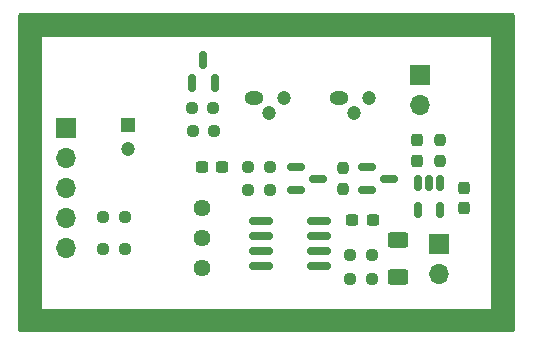
<source format=gbr>
%TF.GenerationSoftware,KiCad,Pcbnew,8.0.8*%
%TF.CreationDate,2025-02-06T15:12:14+01:00*%
%TF.ProjectId,mini-laser-driver,6d696e69-2d6c-4617-9365-722d64726976,rev?*%
%TF.SameCoordinates,Original*%
%TF.FileFunction,Soldermask,Top*%
%TF.FilePolarity,Negative*%
%FSLAX46Y46*%
G04 Gerber Fmt 4.6, Leading zero omitted, Abs format (unit mm)*
G04 Created by KiCad (PCBNEW 8.0.8) date 2025-02-06 15:12:14*
%MOMM*%
%LPD*%
G01*
G04 APERTURE LIST*
G04 Aperture macros list*
%AMRoundRect*
0 Rectangle with rounded corners*
0 $1 Rounding radius*
0 $2 $3 $4 $5 $6 $7 $8 $9 X,Y pos of 4 corners*
0 Add a 4 corners polygon primitive as box body*
4,1,4,$2,$3,$4,$5,$6,$7,$8,$9,$2,$3,0*
0 Add four circle primitives for the rounded corners*
1,1,$1+$1,$2,$3*
1,1,$1+$1,$4,$5*
1,1,$1+$1,$6,$7*
1,1,$1+$1,$8,$9*
0 Add four rect primitives between the rounded corners*
20,1,$1+$1,$2,$3,$4,$5,0*
20,1,$1+$1,$4,$5,$6,$7,0*
20,1,$1+$1,$6,$7,$8,$9,0*
20,1,$1+$1,$8,$9,$2,$3,0*%
G04 Aperture macros list end*
%ADD10R,1.700000X1.700000*%
%ADD11O,1.700000X1.700000*%
%ADD12RoundRect,0.237500X0.250000X0.237500X-0.250000X0.237500X-0.250000X-0.237500X0.250000X-0.237500X0*%
%ADD13RoundRect,0.250000X0.625000X-0.400000X0.625000X0.400000X-0.625000X0.400000X-0.625000X-0.400000X0*%
%ADD14RoundRect,0.237500X-0.250000X-0.237500X0.250000X-0.237500X0.250000X0.237500X-0.250000X0.237500X0*%
%ADD15R,1.200000X1.200000*%
%ADD16C,1.200000*%
%ADD17RoundRect,0.237500X-0.300000X-0.237500X0.300000X-0.237500X0.300000X0.237500X-0.300000X0.237500X0*%
%ADD18RoundRect,0.237500X0.237500X-0.300000X0.237500X0.300000X-0.237500X0.300000X-0.237500X-0.300000X0*%
%ADD19RoundRect,0.150000X-0.150000X0.512500X-0.150000X-0.512500X0.150000X-0.512500X0.150000X0.512500X0*%
%ADD20RoundRect,0.150000X-0.587500X-0.150000X0.587500X-0.150000X0.587500X0.150000X-0.587500X0.150000X0*%
%ADD21RoundRect,0.237500X-0.237500X0.250000X-0.237500X-0.250000X0.237500X-0.250000X0.237500X0.250000X0*%
%ADD22O,1.600000X1.200000*%
%ADD23RoundRect,0.150000X0.150000X-0.587500X0.150000X0.587500X-0.150000X0.587500X-0.150000X-0.587500X0*%
%ADD24RoundRect,0.237500X0.237500X-0.250000X0.237500X0.250000X-0.237500X0.250000X-0.237500X-0.250000X0*%
%ADD25RoundRect,0.237500X0.300000X0.237500X-0.300000X0.237500X-0.300000X-0.237500X0.300000X-0.237500X0*%
%ADD26C,1.440000*%
%ADD27RoundRect,0.150000X-0.825000X-0.150000X0.825000X-0.150000X0.825000X0.150000X-0.825000X0.150000X0*%
%ADD28RoundRect,0.237500X-0.237500X0.300000X-0.237500X-0.300000X0.237500X-0.300000X0.237500X0.300000X0*%
G04 APERTURE END LIST*
D10*
%TO.C,J1*%
X611000000Y-36675000D03*
D11*
X611000000Y-39215000D03*
X611000000Y-41755000D03*
X611000000Y-44295000D03*
X611000000Y-46835000D03*
%TD*%
D12*
%TO.C,R3*%
X616000000Y-47000000D03*
X614175000Y-47000000D03*
%TD*%
D13*
%TO.C,R6*%
X639100000Y-49300000D03*
X639100000Y-46200000D03*
%TD*%
D14*
%TO.C,R10*%
X621750000Y-37000000D03*
X623575000Y-37000000D03*
%TD*%
D12*
%TO.C,R11*%
X623487500Y-35000000D03*
X621662500Y-35000000D03*
%TD*%
D15*
%TO.C,C2*%
X616250000Y-36500000D03*
D16*
X616250000Y-38500000D03*
%TD*%
D14*
%TO.C,R5*%
X626450000Y-42000000D03*
X628275000Y-42000000D03*
%TD*%
D17*
%TO.C,C3*%
X635275000Y-44500000D03*
X637000000Y-44500000D03*
%TD*%
D18*
%TO.C,C4*%
X644710000Y-43500000D03*
X644710000Y-41775000D03*
%TD*%
D19*
%TO.C,U2*%
X642710000Y-41362500D03*
X641760000Y-41362500D03*
X640810000Y-41362500D03*
X640810000Y-43637500D03*
X642710000Y-43637500D03*
%TD*%
D14*
%TO.C,R4*%
X626450000Y-40000000D03*
X628275000Y-40000000D03*
%TD*%
D12*
%TO.C,R8*%
X636912500Y-49500000D03*
X635087500Y-49500000D03*
%TD*%
D20*
%TO.C,Q2*%
X636487500Y-40050000D03*
X636487500Y-41950000D03*
X638362500Y-41000000D03*
%TD*%
D21*
%TO.C,R7*%
X642710000Y-37725000D03*
X642710000Y-39550000D03*
%TD*%
D12*
%TO.C,R2*%
X616000000Y-44250000D03*
X614175000Y-44250000D03*
%TD*%
D22*
%TO.C,LD1*%
X634144724Y-34184724D03*
D16*
X635414724Y-35454724D03*
X636684724Y-34184724D03*
%TD*%
D20*
%TO.C,Q1*%
X630487500Y-40050000D03*
X630487500Y-41950000D03*
X632362500Y-41000000D03*
%TD*%
D10*
%TO.C,JP1*%
X641000000Y-32225000D03*
D11*
X641000000Y-34765000D03*
%TD*%
D23*
%TO.C,Q3*%
X621712500Y-32875000D03*
X623612500Y-32875000D03*
X622662500Y-31000000D03*
%TD*%
D24*
%TO.C,R1*%
X634500000Y-41912500D03*
X634500000Y-40087500D03*
%TD*%
D10*
%TO.C,JP2*%
X642600000Y-46525000D03*
D11*
X642600000Y-49065000D03*
%TD*%
D25*
%TO.C,C1*%
X624225000Y-40000000D03*
X622500000Y-40000000D03*
%TD*%
D26*
%TO.C,RV1*%
X622500000Y-48580000D03*
X622500000Y-46040000D03*
X622500000Y-43500000D03*
%TD*%
D22*
%TO.C,LD2*%
X626914724Y-34184724D03*
D16*
X628184724Y-35454724D03*
X629454724Y-34184724D03*
%TD*%
D27*
%TO.C,U1*%
X627525000Y-44595000D03*
X627525000Y-45865000D03*
X627525000Y-47135000D03*
X627525000Y-48405000D03*
X632475000Y-48405000D03*
X632475000Y-47135000D03*
X632475000Y-45865000D03*
X632475000Y-44595000D03*
%TD*%
D28*
%TO.C,C5*%
X640710000Y-37775000D03*
X640710000Y-39500000D03*
%TD*%
D12*
%TO.C,R9*%
X636912500Y-47500000D03*
X635087500Y-47500000D03*
%TD*%
G36*
X609193039Y-27019685D02*
G01*
X609238794Y-27072489D01*
X609250000Y-27124000D01*
X609250000Y-28876000D01*
X609230315Y-28943039D01*
X609177511Y-28988794D01*
X609126000Y-29000000D01*
X609000000Y-29000000D01*
X609000000Y-52000000D01*
X609126000Y-52000000D01*
X609193039Y-52019685D01*
X609238794Y-52072489D01*
X609250000Y-52124000D01*
X609250000Y-53876000D01*
X609230315Y-53943039D01*
X609177511Y-53988794D01*
X609126000Y-54000000D01*
X607124000Y-54000000D01*
X607056961Y-53980315D01*
X607011206Y-53927511D01*
X607000000Y-53876000D01*
X607000000Y-27124000D01*
X607019685Y-27056961D01*
X607072489Y-27011206D01*
X607124000Y-27000000D01*
X609126000Y-27000000D01*
X609193039Y-27019685D01*
G37*
G36*
X648943039Y-27019685D02*
G01*
X648988794Y-27072489D01*
X649000000Y-27124000D01*
X649000000Y-53876000D01*
X648980315Y-53943039D01*
X648927511Y-53988794D01*
X648876000Y-54000000D01*
X646874000Y-54000000D01*
X646806961Y-53980315D01*
X646761206Y-53927511D01*
X646750000Y-53876000D01*
X646750000Y-52124000D01*
X646769685Y-52056961D01*
X646822489Y-52011206D01*
X646874000Y-52000000D01*
X647000000Y-52000000D01*
X647000000Y-29000000D01*
X646874000Y-29000000D01*
X646806961Y-28980315D01*
X646761206Y-28927511D01*
X646750000Y-28876000D01*
X646750000Y-27124000D01*
X646769685Y-27056961D01*
X646822489Y-27011206D01*
X646874000Y-27000000D01*
X648876000Y-27000000D01*
X648943039Y-27019685D01*
G37*
G36*
X648943039Y-27019685D02*
G01*
X648988794Y-27072489D01*
X649000000Y-27124000D01*
X649000000Y-29126000D01*
X648980315Y-29193039D01*
X648927511Y-29238794D01*
X648876000Y-29250000D01*
X647124000Y-29250000D01*
X647056961Y-29230315D01*
X647011206Y-29177511D01*
X647000000Y-29126000D01*
X647000000Y-29000000D01*
X609000000Y-29000000D01*
X609000000Y-29126000D01*
X608980315Y-29193039D01*
X608927511Y-29238794D01*
X608876000Y-29250000D01*
X607124000Y-29250000D01*
X607056961Y-29230315D01*
X607011206Y-29177511D01*
X607000000Y-29126000D01*
X607000000Y-27124000D01*
X607019685Y-27056961D01*
X607072489Y-27011206D01*
X607124000Y-27000000D01*
X648876000Y-27000000D01*
X648943039Y-27019685D01*
G37*
G36*
X608943039Y-51769685D02*
G01*
X608988794Y-51822489D01*
X609000000Y-51874000D01*
X609000000Y-52000000D01*
X647000000Y-52000000D01*
X647000000Y-51874000D01*
X647019685Y-51806961D01*
X647072489Y-51761206D01*
X647124000Y-51750000D01*
X648876000Y-51750000D01*
X648943039Y-51769685D01*
X648988794Y-51822489D01*
X649000000Y-51874000D01*
X649000000Y-53876000D01*
X648980315Y-53943039D01*
X648927511Y-53988794D01*
X648876000Y-54000000D01*
X607124000Y-54000000D01*
X607056961Y-53980315D01*
X607011206Y-53927511D01*
X607000000Y-53876000D01*
X607000000Y-51874000D01*
X607019685Y-51806961D01*
X607072489Y-51761206D01*
X607124000Y-51750000D01*
X608876000Y-51750000D01*
X608943039Y-51769685D01*
G37*
M02*

</source>
